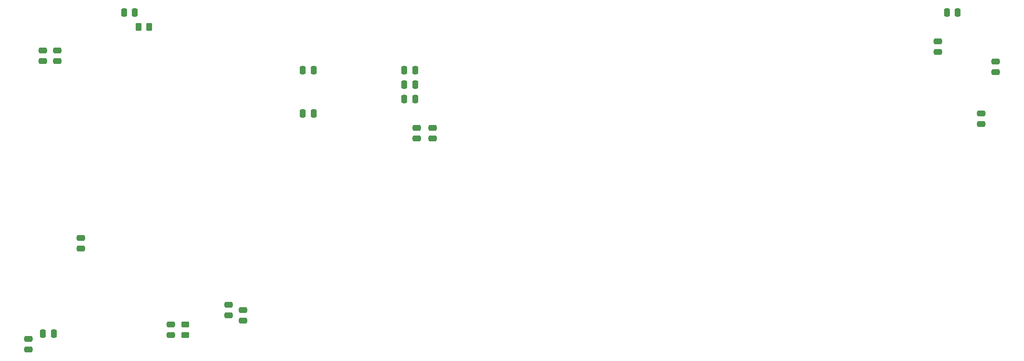
<source format=gbr>
%TF.GenerationSoftware,KiCad,Pcbnew,7.0.10*%
%TF.CreationDate,2024-02-28T12:35:52-05:00*%
%TF.ProjectId,PCB_Main_Sandbox,5043425f-4d61-4696-9e5f-53616e64626f,rev?*%
%TF.SameCoordinates,Original*%
%TF.FileFunction,Paste,Bot*%
%TF.FilePolarity,Positive*%
%FSLAX46Y46*%
G04 Gerber Fmt 4.6, Leading zero omitted, Abs format (unit mm)*
G04 Created by KiCad (PCBNEW 7.0.10) date 2024-02-28 12:35:52*
%MOMM*%
%LPD*%
G01*
G04 APERTURE LIST*
G04 Aperture macros list*
%AMRoundRect*
0 Rectangle with rounded corners*
0 $1 Rounding radius*
0 $2 $3 $4 $5 $6 $7 $8 $9 X,Y pos of 4 corners*
0 Add a 4 corners polygon primitive as box body*
4,1,4,$2,$3,$4,$5,$6,$7,$8,$9,$2,$3,0*
0 Add four circle primitives for the rounded corners*
1,1,$1+$1,$2,$3*
1,1,$1+$1,$4,$5*
1,1,$1+$1,$6,$7*
1,1,$1+$1,$8,$9*
0 Add four rect primitives between the rounded corners*
20,1,$1+$1,$2,$3,$4,$5,0*
20,1,$1+$1,$4,$5,$6,$7,0*
20,1,$1+$1,$6,$7,$8,$9,0*
20,1,$1+$1,$8,$9,$2,$3,0*%
G04 Aperture macros list end*
%ADD10RoundRect,0.250000X0.250000X0.475000X-0.250000X0.475000X-0.250000X-0.475000X0.250000X-0.475000X0*%
%ADD11RoundRect,0.250000X0.475000X-0.250000X0.475000X0.250000X-0.475000X0.250000X-0.475000X-0.250000X0*%
%ADD12RoundRect,0.250000X0.450000X-0.262500X0.450000X0.262500X-0.450000X0.262500X-0.450000X-0.262500X0*%
%ADD13RoundRect,0.250000X-0.475000X0.250000X-0.475000X-0.250000X0.475000X-0.250000X0.475000X0.250000X0*%
%ADD14RoundRect,0.250000X-0.250000X-0.475000X0.250000X-0.475000X0.250000X0.475000X-0.250000X0.475000X0*%
%ADD15RoundRect,0.250000X-0.262500X-0.450000X0.262500X-0.450000X0.262500X0.450000X-0.262500X0.450000X0*%
G04 APERTURE END LIST*
D10*
%TO.C,C5*%
X100010000Y-12700000D03*
X98110000Y-12700000D03*
%TD*%
D11*
%TO.C,C13*%
X86360000Y-21270000D03*
X86360000Y-19370000D03*
%TD*%
%TO.C,C16*%
X119010000Y-66990000D03*
X119010000Y-65090000D03*
%TD*%
D12*
%TO.C,R20*%
X108850000Y-69492500D03*
X108850000Y-67667500D03*
%TD*%
D13*
%TO.C,C14*%
X152400000Y-33020000D03*
X152400000Y-34920000D03*
%TD*%
%TO.C,Ccomp2*%
X251460000Y-21300001D03*
X251460000Y-23200001D03*
%TD*%
%TO.C,Css1*%
X248920000Y-30480000D03*
X248920000Y-32380000D03*
%TD*%
%TO.C,CsnR3*%
X81280000Y-70170000D03*
X81280000Y-72070000D03*
%TD*%
D10*
%TO.C,C1*%
X131440000Y-22860000D03*
X129540000Y-22860000D03*
%TD*%
D13*
%TO.C,C18*%
X116470000Y-64140000D03*
X116470000Y-66040000D03*
%TD*%
%TO.C,C11*%
X83820000Y-19370000D03*
X83820000Y-21270000D03*
%TD*%
D14*
%TO.C,C10*%
X147418964Y-22860000D03*
X149318964Y-22860000D03*
%TD*%
D13*
%TO.C,C19*%
X106310000Y-67630000D03*
X106310000Y-69530000D03*
%TD*%
D10*
%TO.C,C2*%
X131440000Y-30480000D03*
X129540000Y-30480000D03*
%TD*%
D14*
%TO.C,C8*%
X147418964Y-25400000D03*
X149318964Y-25400000D03*
%TD*%
%TO.C,C3*%
X147418964Y-27940000D03*
X149318964Y-27940000D03*
%TD*%
%TO.C,Cvcc1*%
X242890000Y-12700000D03*
X244790000Y-12700000D03*
%TD*%
D13*
%TO.C,C32*%
X90490000Y-52390000D03*
X90490000Y-54290000D03*
%TD*%
%TO.C,C12*%
X149620000Y-33020000D03*
X149620000Y-34920000D03*
%TD*%
%TO.C,Cbst1*%
X241300000Y-17780000D03*
X241300000Y-19680000D03*
%TD*%
D15*
%TO.C,R14*%
X100687500Y-15240000D03*
X102512500Y-15240000D03*
%TD*%
D14*
%TO.C,C33*%
X83820000Y-69239998D03*
X85720000Y-69239998D03*
%TD*%
M02*

</source>
